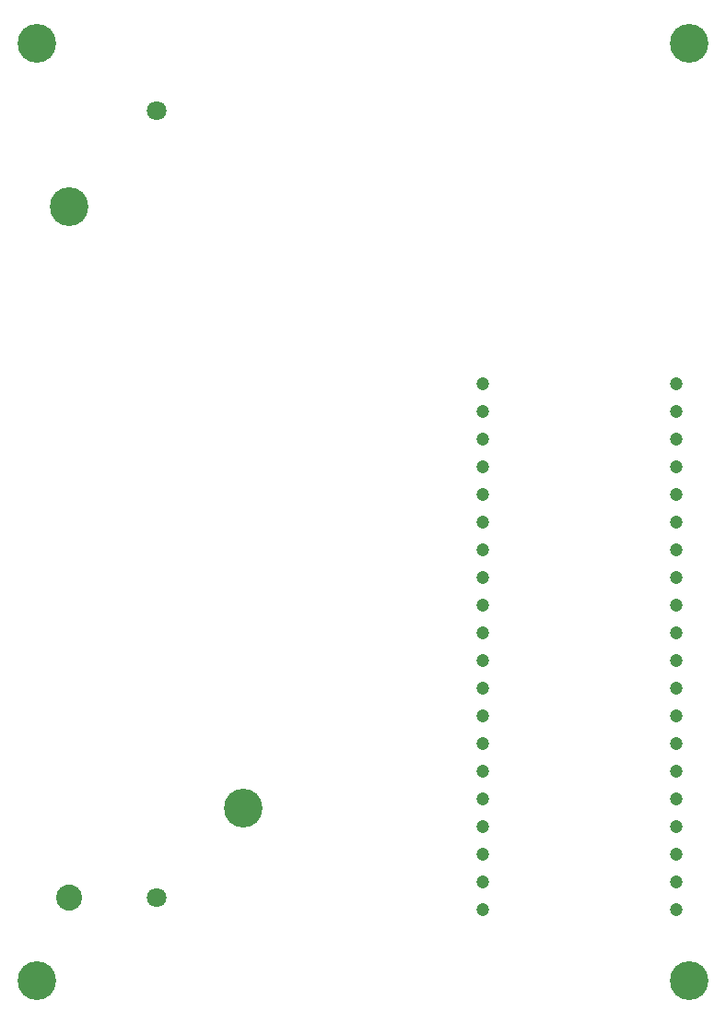
<source format=gbr>
G04 Layer_Physical_Order=2*
G04 Layer_Color=16711680*
%FSLAX24Y24*%
%MOIN*%
%TF.FileFunction,Copper,L2,Bot,Signal*%
%TF.Part,Single*%
G01*
G75*
%TA.AperFunction,ComponentPad*%
%ADD18C,0.0709*%
%ADD19C,0.0941*%
%ADD20C,0.1398*%
%ADD21C,0.0472*%
%TA.AperFunction,WasherPad*%
%ADD22C,0.1398*%
D18*
X16142Y15976D02*
D03*
Y44409D02*
D03*
D19*
X12992Y15976D02*
D03*
D20*
X19291Y19213D02*
D03*
X12992Y40945D02*
D03*
D21*
X27953Y15535D02*
D03*
Y16535D02*
D03*
Y17535D02*
D03*
Y18535D02*
D03*
Y19535D02*
D03*
Y20535D02*
D03*
Y21535D02*
D03*
Y22535D02*
D03*
Y23535D02*
D03*
Y24535D02*
D03*
Y25535D02*
D03*
Y26535D02*
D03*
Y27535D02*
D03*
Y28535D02*
D03*
Y29535D02*
D03*
Y30535D02*
D03*
Y31535D02*
D03*
Y32535D02*
D03*
Y33535D02*
D03*
Y34535D02*
D03*
X34953Y27535D02*
D03*
Y26535D02*
D03*
Y25535D02*
D03*
Y24535D02*
D03*
Y23535D02*
D03*
Y22535D02*
D03*
Y21535D02*
D03*
Y20535D02*
D03*
Y19535D02*
D03*
Y18535D02*
D03*
Y17535D02*
D03*
Y16535D02*
D03*
Y15535D02*
D03*
Y28535D02*
D03*
Y29535D02*
D03*
Y30535D02*
D03*
Y31535D02*
D03*
Y32535D02*
D03*
Y33535D02*
D03*
Y34535D02*
D03*
D22*
X11811Y12992D02*
D03*
X35433D02*
D03*
Y46850D02*
D03*
X11811D02*
D03*
%TF.MD5,af1dc77b6134aec6fea06a19a1c1d11d*%
M02*

</source>
